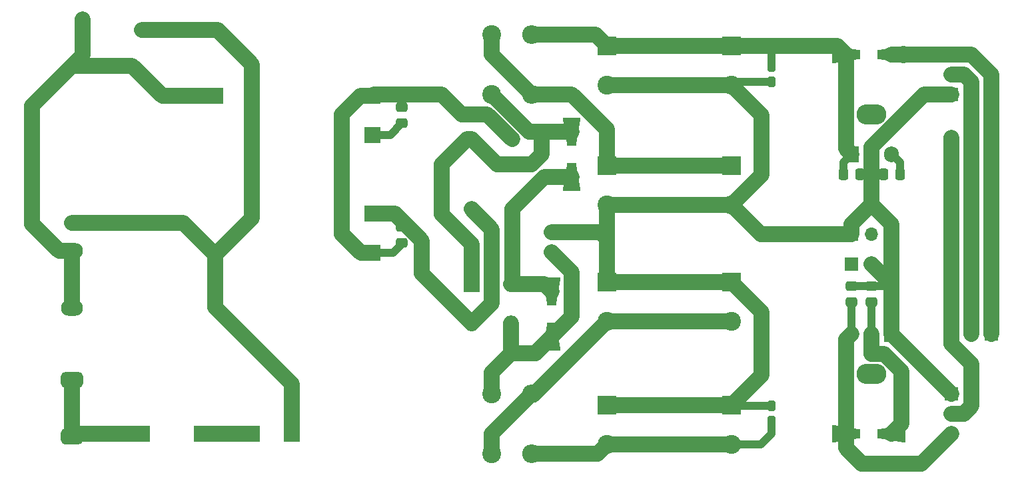
<source format=gbr>
%TF.GenerationSoftware,KiCad,Pcbnew,(6.0.10)*%
%TF.CreationDate,2023-04-08T13:34:01+03:00*%
%TF.ProjectId,DelSol_PSU,44656c53-6f6c-45f5-9053-552e6b696361,rev?*%
%TF.SameCoordinates,Original*%
%TF.FileFunction,Copper,L2,Bot*%
%TF.FilePolarity,Positive*%
%FSLAX46Y46*%
G04 Gerber Fmt 4.6, Leading zero omitted, Abs format (unit mm)*
G04 Created by KiCad (PCBNEW (6.0.10)) date 2023-04-08 13:34:01*
%MOMM*%
%LPD*%
G01*
G04 APERTURE LIST*
G04 Aperture macros list*
%AMRoundRect*
0 Rectangle with rounded corners*
0 $1 Rounding radius*
0 $2 $3 $4 $5 $6 $7 $8 $9 X,Y pos of 4 corners*
0 Add a 4 corners polygon primitive as box body*
4,1,4,$2,$3,$4,$5,$6,$7,$8,$9,$2,$3,0*
0 Add four circle primitives for the rounded corners*
1,1,$1+$1,$2,$3*
1,1,$1+$1,$4,$5*
1,1,$1+$1,$6,$7*
1,1,$1+$1,$8,$9*
0 Add four rect primitives between the rounded corners*
20,1,$1+$1,$2,$3,$4,$5,0*
20,1,$1+$1,$4,$5,$6,$7,0*
20,1,$1+$1,$6,$7,$8,$9,0*
20,1,$1+$1,$8,$9,$2,$3,0*%
%AMOutline4P*
0 Free polygon, 4 corners , with rotation*
0 The origin of the aperture is its center*
0 number of corners: always 4*
0 $1 to $8 corner X, Y*
0 $9 Rotation angle, in degrees counterclockwise*
0 create outline with 4 corners*
4,1,4,$1,$2,$3,$4,$5,$6,$7,$8,$1,$2,$9*%
G04 Aperture macros list end*
%TA.AperFunction,ComponentPad*%
%ADD10R,1.700000X1.700000*%
%TD*%
%TA.AperFunction,ComponentPad*%
%ADD11O,1.700000X1.700000*%
%TD*%
%TA.AperFunction,ComponentPad*%
%ADD12R,2.000000X2.000000*%
%TD*%
%TA.AperFunction,ComponentPad*%
%ADD13R,2.400000X2.400000*%
%TD*%
%TA.AperFunction,ComponentPad*%
%ADD14C,2.400000*%
%TD*%
%TA.AperFunction,ComponentPad*%
%ADD15O,2.000000X2.000000*%
%TD*%
%TA.AperFunction,ComponentPad*%
%ADD16C,1.800000*%
%TD*%
%TA.AperFunction,ComponentPad*%
%ADD17O,2.400000X2.400000*%
%TD*%
%TA.AperFunction,ComponentPad*%
%ADD18C,1.600000*%
%TD*%
%TA.AperFunction,ComponentPad*%
%ADD19O,1.600000X1.600000*%
%TD*%
%TA.AperFunction,ComponentPad*%
%ADD20O,3.780000X2.600000*%
%TD*%
%TA.AperFunction,ComponentPad*%
%ADD21C,1.400000*%
%TD*%
%TA.AperFunction,ComponentPad*%
%ADD22RoundRect,0.500000X0.900000X-0.500000X0.900000X0.500000X-0.900000X0.500000X-0.900000X-0.500000X0*%
%TD*%
%TA.AperFunction,ComponentPad*%
%ADD23O,2.800000X2.000000*%
%TD*%
%TA.AperFunction,ComponentPad*%
%ADD24R,1.905000X2.000000*%
%TD*%
%TA.AperFunction,ComponentPad*%
%ADD25O,1.905000X2.000000*%
%TD*%
%TA.AperFunction,SMDPad,CuDef*%
%ADD26Outline4P,-1.800000X-1.150000X1.800000X-0.550000X1.800000X0.550000X-1.800000X1.150000X270.000000*%
%TD*%
%TA.AperFunction,SMDPad,CuDef*%
%ADD27Outline4P,-1.800000X-1.150000X1.800000X-0.550000X1.800000X0.550000X-1.800000X1.150000X90.000000*%
%TD*%
%TA.AperFunction,SMDPad,CuDef*%
%ADD28RoundRect,0.250000X-0.275000X0.400000X-0.275000X-0.400000X0.275000X-0.400000X0.275000X0.400000X0*%
%TD*%
%TA.AperFunction,SMDPad,CuDef*%
%ADD29Outline4P,-1.800000X-1.150000X1.800000X-0.550000X1.800000X0.550000X-1.800000X1.150000X0.000000*%
%TD*%
%TA.AperFunction,SMDPad,CuDef*%
%ADD30Outline4P,-1.800000X-1.150000X1.800000X-0.550000X1.800000X0.550000X-1.800000X1.150000X180.000000*%
%TD*%
%TA.AperFunction,SMDPad,CuDef*%
%ADD31RoundRect,0.250000X0.475000X-0.337500X0.475000X0.337500X-0.475000X0.337500X-0.475000X-0.337500X0*%
%TD*%
%TA.AperFunction,SMDPad,CuDef*%
%ADD32RoundRect,0.250000X-0.475000X0.337500X-0.475000X-0.337500X0.475000X-0.337500X0.475000X0.337500X0*%
%TD*%
%TA.AperFunction,SMDPad,CuDef*%
%ADD33RoundRect,0.250000X0.337500X0.475000X-0.337500X0.475000X-0.337500X-0.475000X0.337500X-0.475000X0*%
%TD*%
%TA.AperFunction,SMDPad,CuDef*%
%ADD34R,1.300000X1.500000*%
%TD*%
%TA.AperFunction,SMDPad,CuDef*%
%ADD35RoundRect,0.250000X-0.337500X-0.475000X0.337500X-0.475000X0.337500X0.475000X-0.337500X0.475000X0*%
%TD*%
%TA.AperFunction,Conductor*%
%ADD36C,2.000000*%
%TD*%
%TA.AperFunction,Conductor*%
%ADD37C,1.000000*%
%TD*%
G04 APERTURE END LIST*
D10*
X147305000Y-53770000D03*
D11*
X144765000Y-53770000D03*
X142225000Y-53770000D03*
D12*
X53340000Y-86360000D03*
D10*
X147305000Y-58850000D03*
D11*
X144765000Y-58850000D03*
X142225000Y-58850000D03*
D12*
X58420000Y-86360000D03*
D13*
X98425000Y-82745000D03*
D14*
X98425000Y-87745000D03*
D13*
X114300000Y-52265000D03*
D14*
X114300000Y-57265000D03*
D13*
X114300000Y-82745000D03*
D14*
X114300000Y-87745000D03*
D12*
X48660000Y-43360000D03*
X81280000Y-67280000D03*
D15*
X81280000Y-72280000D03*
X86280000Y-72280000D03*
X86280000Y-67280000D03*
D12*
X68660000Y-48360000D03*
X68660000Y-43360000D03*
D16*
X31810000Y-33590000D03*
X39310000Y-34990000D03*
D14*
X83820000Y-88900000D03*
D17*
X88900000Y-88900000D03*
D10*
X129540000Y-60960000D03*
D11*
X132080000Y-60960000D03*
D10*
X142240000Y-43180000D03*
D11*
X142240000Y-40640000D03*
X142240000Y-38100000D03*
D12*
X46990000Y-86360000D03*
D18*
X38100000Y-39530000D03*
D19*
X38100000Y-59530000D03*
D10*
X147305000Y-69010000D03*
D11*
X144765000Y-69010000D03*
X142225000Y-69010000D03*
D10*
X142240000Y-81280000D03*
D11*
X142240000Y-83820000D03*
X142240000Y-86360000D03*
D14*
X83820000Y-81280000D03*
D17*
X88900000Y-81280000D03*
D18*
X30480000Y-39530000D03*
D19*
X30480000Y-59530000D03*
D14*
X83780000Y-43180000D03*
D17*
X88860000Y-43180000D03*
D14*
X83820000Y-35560000D03*
D17*
X88900000Y-35560000D03*
D10*
X147305000Y-48690000D03*
D11*
X144765000Y-48690000D03*
X142225000Y-48690000D03*
D20*
X132080000Y-78740000D03*
D10*
X129540000Y-64770000D03*
D11*
X132080000Y-64770000D03*
D12*
X39370000Y-86360000D03*
D21*
X91440000Y-63266000D03*
X91440000Y-60726000D03*
D12*
X68660000Y-58360000D03*
D10*
X147305000Y-63930000D03*
D11*
X144765000Y-63930000D03*
X142225000Y-63930000D03*
D13*
X114300000Y-67094785D03*
D14*
X114300000Y-72094785D03*
D22*
X30480000Y-79470000D03*
X30480000Y-86740000D03*
D23*
X30480000Y-63120000D03*
X30480000Y-70390000D03*
D13*
X114300000Y-37025000D03*
D14*
X114300000Y-42025000D03*
D24*
X134620000Y-73660000D03*
D25*
X132080000Y-73660000D03*
X129540000Y-73660000D03*
D20*
X132080000Y-45720000D03*
D24*
X129540000Y-50800000D03*
D25*
X132080000Y-50800000D03*
X134620000Y-50800000D03*
D10*
X147320000Y-73660000D03*
D11*
X144780000Y-73660000D03*
X142240000Y-73660000D03*
D12*
X68660000Y-63360000D03*
D13*
X98425000Y-37025000D03*
D14*
X98425000Y-42025000D03*
D13*
X98425000Y-52265000D03*
D14*
X98425000Y-57265000D03*
D13*
X98425000Y-67094785D03*
D14*
X98425000Y-72094785D03*
D12*
X48660000Y-63600000D03*
D26*
X91440000Y-68220000D03*
D27*
X91440000Y-74020000D03*
D28*
X119380000Y-82845000D03*
X119380000Y-84795000D03*
D29*
X128820000Y-38100000D03*
D30*
X134620000Y-38100000D03*
D31*
X72390000Y-62097500D03*
X72390000Y-60022500D03*
D28*
X119380000Y-39665000D03*
X119380000Y-41615000D03*
D32*
X129540000Y-67542500D03*
X129540000Y-69617500D03*
D31*
X72390000Y-46857500D03*
X72390000Y-44782500D03*
D32*
X132080000Y-67542500D03*
X132080000Y-69617500D03*
D29*
X128820000Y-86360000D03*
D30*
X134620000Y-86360000D03*
D33*
X135657500Y-53340000D03*
X133582500Y-53340000D03*
D34*
X81270000Y-48890000D03*
X86370000Y-48890000D03*
X86370000Y-57790000D03*
X81270000Y-57790000D03*
D26*
X93980000Y-47900000D03*
D27*
X93980000Y-53700000D03*
D35*
X128502500Y-53340000D03*
X130577500Y-53340000D03*
D36*
X114300000Y-52265000D02*
X98425000Y-52265000D01*
X83820000Y-38140000D02*
X88860000Y-43180000D01*
X93980000Y-43180000D02*
X98425000Y-47625000D01*
X88860000Y-43180000D02*
X93980000Y-43180000D01*
X83820000Y-35560000D02*
X83820000Y-38140000D01*
X98425000Y-47625000D02*
X98425000Y-52265000D01*
X98425000Y-37025000D02*
X114300000Y-37025000D01*
D37*
X119380000Y-39665000D02*
X119380000Y-37220000D01*
X128502500Y-51837500D02*
X129540000Y-50800000D01*
D36*
X127745000Y-37025000D02*
X128820000Y-38100000D01*
D37*
X119380000Y-37220000D02*
X119185000Y-37025000D01*
D36*
X88900000Y-35560000D02*
X96960000Y-35560000D01*
D37*
X128502500Y-53340000D02*
X128502500Y-51837500D01*
D36*
X119185000Y-37025000D02*
X127745000Y-37025000D01*
X128820000Y-50080000D02*
X128820000Y-38100000D01*
X129540000Y-50800000D02*
X128820000Y-50080000D01*
X96960000Y-35560000D02*
X98425000Y-37025000D01*
X114300000Y-37025000D02*
X119185000Y-37025000D01*
X147320000Y-73660000D02*
X147320000Y-69025000D01*
D37*
X135657500Y-51837500D02*
X134620000Y-50800000D01*
D36*
X147305000Y-69010000D02*
X147305000Y-63930000D01*
X142240000Y-38100000D02*
X134620000Y-38100000D01*
D37*
X135657500Y-53340000D02*
X135657500Y-51837500D01*
D36*
X147305000Y-48690000D02*
X147305000Y-40625000D01*
X147305000Y-40625000D02*
X144780000Y-38100000D01*
X147305000Y-48690000D02*
X147305000Y-53770000D01*
X147305000Y-58850000D02*
X147305000Y-53770000D01*
X147305000Y-63930000D02*
X147305000Y-58850000D01*
X144780000Y-38100000D02*
X142240000Y-38100000D01*
X147320000Y-69025000D02*
X147305000Y-69010000D01*
X114300000Y-72094785D02*
X98425000Y-72094785D01*
X88900000Y-81280000D02*
X89239785Y-81280000D01*
X83820000Y-86360000D02*
X88900000Y-81280000D01*
X83820000Y-88900000D02*
X83820000Y-86360000D01*
X89239785Y-81280000D02*
X98425000Y-72094785D01*
X97270000Y-88900000D02*
X98425000Y-87745000D01*
D37*
X119380000Y-84795000D02*
X119380000Y-86360000D01*
X119380000Y-86360000D02*
X117995000Y-87745000D01*
X117995000Y-87745000D02*
X114300000Y-87745000D01*
D36*
X132080000Y-73660000D02*
X132080000Y-76200000D01*
D37*
X132080000Y-69617500D02*
X132080000Y-73660000D01*
D36*
X132080000Y-76200000D02*
X133665534Y-76200000D01*
X135890000Y-85090000D02*
X134620000Y-86360000D01*
X88900000Y-88900000D02*
X97270000Y-88900000D01*
X135890000Y-78424466D02*
X135890000Y-85090000D01*
X114300000Y-87745000D02*
X98425000Y-87745000D01*
X133665534Y-76200000D02*
X135890000Y-78424466D01*
X130810000Y-90170000D02*
X128820000Y-88180000D01*
D37*
X129540000Y-69617500D02*
X129540000Y-73660000D01*
D36*
X128820000Y-86360000D02*
X128820000Y-74380000D01*
X128820000Y-74380000D02*
X129540000Y-73660000D01*
X142240000Y-86360000D02*
X138430000Y-90170000D01*
X138430000Y-90170000D02*
X130810000Y-90170000D01*
X128820000Y-88180000D02*
X128820000Y-86360000D01*
D37*
X68660000Y-48360000D02*
X70887500Y-48360000D01*
X70887500Y-48360000D02*
X72390000Y-46857500D01*
D36*
X86370000Y-57790000D02*
X86370000Y-67190000D01*
X86370000Y-67190000D02*
X86280000Y-67280000D01*
X90460000Y-53700000D02*
X86370000Y-57790000D01*
X86280000Y-67280000D02*
X90500000Y-67280000D01*
X93980000Y-53700000D02*
X90460000Y-53700000D01*
X90500000Y-67280000D02*
X91440000Y-68220000D01*
X74930000Y-65930000D02*
X74930000Y-61774390D01*
X83820000Y-60340000D02*
X81270000Y-57790000D01*
X81280000Y-72280000D02*
X74930000Y-65930000D01*
X74930000Y-61774390D02*
X71515610Y-58360000D01*
X71515610Y-58360000D02*
X68660000Y-58360000D01*
X83820000Y-69740000D02*
X83820000Y-60340000D01*
X81280000Y-72280000D02*
X83820000Y-69740000D01*
X41930000Y-43360000D02*
X38100000Y-39530000D01*
X30480000Y-39530000D02*
X25400000Y-44610000D01*
X25400000Y-59690000D02*
X28830000Y-63120000D01*
X25400000Y-44610000D02*
X25400000Y-59690000D01*
X38100000Y-39530000D02*
X30480000Y-39530000D01*
X28830000Y-63120000D02*
X30480000Y-63120000D01*
X30480000Y-70390000D02*
X30480000Y-63120000D01*
X31810000Y-38200000D02*
X30480000Y-39530000D01*
X48660000Y-43360000D02*
X41930000Y-43360000D01*
X31810000Y-33590000D02*
X31810000Y-38200000D01*
X30480000Y-59530000D02*
X38100000Y-59530000D01*
X48660000Y-63600000D02*
X48660000Y-70250000D01*
X38100000Y-59530000D02*
X44590000Y-59530000D01*
X53340000Y-58920000D02*
X48660000Y-63600000D01*
X39310000Y-34990000D02*
X48960000Y-34990000D01*
X58420000Y-80010000D02*
X58420000Y-86360000D01*
X48960000Y-34990000D02*
X53340000Y-39370000D01*
X44590000Y-59530000D02*
X48660000Y-63600000D01*
X53340000Y-39370000D02*
X53340000Y-58920000D01*
X48660000Y-70250000D02*
X58420000Y-80010000D01*
X93980000Y-47900000D02*
X90530000Y-47900000D01*
X77470000Y-58420000D02*
X77470000Y-52070000D01*
X90530000Y-47900000D02*
X90170000Y-48260000D01*
X90170000Y-48260000D02*
X90170000Y-50800000D01*
X90170000Y-50800000D02*
X88900000Y-52070000D01*
X84450000Y-52070000D02*
X81270000Y-48890000D01*
X81280000Y-62230000D02*
X77470000Y-58420000D01*
X90530000Y-47900000D02*
X88500000Y-47900000D01*
X80650000Y-48890000D02*
X81270000Y-48890000D01*
X77470000Y-52070000D02*
X80650000Y-48890000D01*
X81280000Y-67280000D02*
X81280000Y-62230000D01*
X88900000Y-52070000D02*
X84450000Y-52070000D01*
X88500000Y-47900000D02*
X83780000Y-43180000D01*
X93980000Y-65806000D02*
X93980000Y-71480000D01*
X86280000Y-72280000D02*
X86280000Y-76120000D01*
X91440000Y-63266000D02*
X93980000Y-65806000D01*
X93980000Y-71480000D02*
X91440000Y-74020000D01*
X89340000Y-76120000D02*
X86280000Y-76120000D01*
X86280000Y-76120000D02*
X83820000Y-78580000D01*
X91440000Y-74020000D02*
X89340000Y-76120000D01*
X83820000Y-78580000D02*
X83820000Y-81280000D01*
X39370000Y-86360000D02*
X30860000Y-86360000D01*
X30860000Y-86360000D02*
X30480000Y-86740000D01*
X30480000Y-79470000D02*
X30480000Y-86740000D01*
X144780000Y-69025000D02*
X144765000Y-69010000D01*
X144765000Y-41605000D02*
X143800000Y-40640000D01*
X144780000Y-73660000D02*
X144780000Y-69025000D01*
X144765000Y-63930000D02*
X144765000Y-58850000D01*
X144765000Y-58850000D02*
X144765000Y-53770000D01*
X143800000Y-40640000D02*
X142240000Y-40640000D01*
X144765000Y-69010000D02*
X144765000Y-63930000D01*
X144765000Y-48690000D02*
X144765000Y-41605000D01*
X144765000Y-53770000D02*
X144765000Y-48690000D01*
X142240000Y-69025000D02*
X142225000Y-69010000D01*
X144780000Y-82840000D02*
X144780000Y-77470000D01*
X142225000Y-48690000D02*
X142225000Y-53770000D01*
X142225000Y-53770000D02*
X142225000Y-58850000D01*
X142240000Y-83820000D02*
X143800000Y-83820000D01*
X142225000Y-63930000D02*
X142225000Y-69010000D01*
X142225000Y-58850000D02*
X142225000Y-63930000D01*
X143800000Y-83820000D02*
X144780000Y-82840000D01*
X142240000Y-74930000D02*
X142240000Y-73660000D01*
X142240000Y-73660000D02*
X142240000Y-69025000D01*
X144780000Y-77470000D02*
X142240000Y-74930000D01*
X53340000Y-86360000D02*
X46990000Y-86360000D01*
X98425000Y-82745000D02*
X114300000Y-82745000D01*
D37*
X130577500Y-53340000D02*
X132080000Y-53340000D01*
X119380000Y-41615000D02*
X114710000Y-41615000D01*
D36*
X134620000Y-73660000D02*
X142240000Y-81280000D01*
X72390000Y-43180000D02*
X68840000Y-43180000D01*
X134620000Y-73660000D02*
X134620000Y-67310000D01*
X68840000Y-43180000D02*
X68660000Y-43360000D01*
D37*
X71260000Y-63360000D02*
X68660000Y-63360000D01*
D36*
X67170000Y-63360000D02*
X64770000Y-60960000D01*
D37*
X134387500Y-67542500D02*
X134620000Y-67310000D01*
X72390000Y-62230000D02*
X71260000Y-63360000D01*
D36*
X118110000Y-70904785D02*
X114300000Y-67094785D01*
D37*
X129540000Y-67542500D02*
X132080000Y-67542500D01*
D36*
X98425000Y-57265000D02*
X114300000Y-57265000D01*
X118110000Y-45835000D02*
X114300000Y-42025000D01*
X67130000Y-43360000D02*
X68660000Y-43360000D01*
X117995000Y-60960000D02*
X114300000Y-57265000D01*
X138745534Y-43180000D02*
X142240000Y-43180000D01*
D37*
X119380000Y-82845000D02*
X114400000Y-82845000D01*
X133582500Y-53340000D02*
X132080000Y-53340000D01*
X114710000Y-41615000D02*
X114300000Y-42025000D01*
D36*
X132080000Y-49845534D02*
X138745534Y-43180000D01*
X129540000Y-60960000D02*
X117995000Y-60960000D01*
X80010000Y-45720000D02*
X77470000Y-43180000D01*
X134620000Y-67310000D02*
X132080000Y-64770000D01*
D37*
X72390000Y-44782500D02*
X72390000Y-43180000D01*
D36*
X83200000Y-45720000D02*
X80010000Y-45720000D01*
X118110000Y-53455000D02*
X118110000Y-45835000D01*
X86370000Y-48890000D02*
X83200000Y-45720000D01*
D37*
X132080000Y-67542500D02*
X134387500Y-67542500D01*
D36*
X114300000Y-57265000D02*
X118110000Y-53455000D01*
X98425000Y-67094785D02*
X114300000Y-67094785D01*
X132080000Y-53340000D02*
X132080000Y-57150000D01*
X132080000Y-50800000D02*
X132080000Y-49845534D01*
X64770000Y-45720000D02*
X67130000Y-43360000D01*
X132080000Y-50800000D02*
X132080000Y-53340000D01*
X98425000Y-61595000D02*
X98425000Y-67094785D01*
X114300000Y-82745000D02*
X118110000Y-78935000D01*
X114300000Y-42025000D02*
X98425000Y-42025000D01*
X118110000Y-78935000D02*
X118110000Y-70904785D01*
X68660000Y-63360000D02*
X67170000Y-63360000D01*
X91440000Y-60726000D02*
X97556000Y-60726000D01*
X77470000Y-43180000D02*
X72390000Y-43180000D01*
X129540000Y-59690000D02*
X129540000Y-60960000D01*
X98425000Y-57265000D02*
X98425000Y-61595000D01*
X132080000Y-57150000D02*
X134620000Y-59690000D01*
D37*
X114400000Y-82845000D02*
X114300000Y-82745000D01*
X72390000Y-62097500D02*
X72390000Y-62230000D01*
D36*
X134620000Y-59690000D02*
X134620000Y-67310000D01*
X132080000Y-57150000D02*
X129540000Y-59690000D01*
X97556000Y-60726000D02*
X98425000Y-61595000D01*
X64770000Y-60960000D02*
X64770000Y-45720000D01*
M02*

</source>
